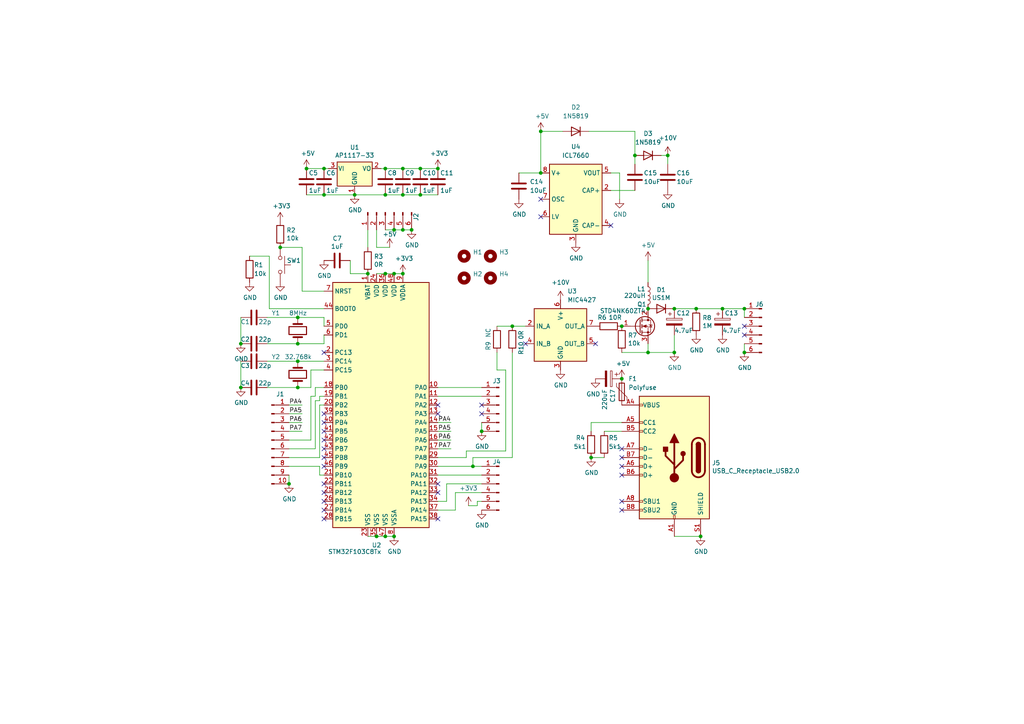
<source format=kicad_sch>
(kicad_sch (version 20211123) (generator eeschema)
  (paper "A4")
  (lib_symbols
    (symbol "Connector:Conn_01x06_Male" (pin_names (offset 1.016) hide)
      (property "Reference" "J" (at 0 7.62 0))
      (property "Value" "Conn_01x06_Male" (at 0 -10.16 0))
      (symbol "Conn_01x06_Male_1_1"
        (polyline (pts (xy 1.27 -7.62) (xy 0.8636 -7.62)) (stroke (width 0.1524)))
        (polyline (pts (xy 1.27 -5.08) (xy 0.8636 -5.08)) (stroke (width 0.1524)))
        (polyline (pts (xy 1.27 -2.54) (xy 0.8636 -2.54)) (stroke (width 0.1524)))
        (polyline (pts (xy 1.27 0) (xy 0.8636 0)) (stroke (width 0.1524)))
        (polyline (pts (xy 1.27 2.54) (xy 0.8636 2.54)) (stroke (width 0.1524)))
        (polyline (pts (xy 1.27 5.08) (xy 0.8636 5.08)) (stroke (width 0.1524)))
        (rectangle (start 0.8636 -7.493) (end 0 -7.747) (stroke (width 0.1524)) (fill (type outline)))
        (rectangle (start 0.8636 -4.953) (end 0 -5.207) (stroke (width 0.1524)) (fill (type outline)))
        (rectangle (start 0.8636 -2.413) (end 0 -2.667) (stroke (width 0.1524)) (fill (type outline)))
        (rectangle (start 0.8636 0.127) (end 0 -0.127) (stroke (width 0.1524)) (fill (type outline)))
        (rectangle (start 0.8636 2.667) (end 0 2.413) (stroke (width 0.1524)) (fill (type outline)))
        (rectangle (start 0.8636 5.207) (end 0 4.953) (stroke (width 0.1524)) (fill (type outline)))
        (pin passive line (at 5.08 5.08 180) (length 3.81) (name "Pin_1") (number "1"))
        (pin passive line (at 5.08 2.54 180) (length 3.81) (name "Pin_2") (number "2"))
        (pin passive line (at 5.08 0 180) (length 3.81) (name "Pin_3") (number "3"))
        (pin passive line (at 5.08 -2.54 180) (length 3.81) (name "Pin_4") (number "4"))
        (pin passive line (at 5.08 -5.08 180) (length 3.81) (name "Pin_5") (number "5"))
        (pin passive line (at 5.08 -7.62 180) (length 3.81) (name "Pin_6") (number "6"))
      )
    )
    (symbol "Connector:Conn_01x10_Male" (pin_names (offset 1.016) hide)
      (property "Reference" "J" (at 0 12.7 0))
      (property "Value" "Conn_01x10_Male" (at 0 -15.24 0))
      (symbol "Conn_01x10_Male_1_1"
        (polyline (pts (xy 1.27 -12.7) (xy 0.8636 -12.7)) (stroke (width 0.1524)))
        (polyline (pts (xy 1.27 -10.16) (xy 0.8636 -10.16)) (stroke (width 0.1524)))
        (polyline (pts (xy 1.27 -7.62) (xy 0.8636 -7.62)) (stroke (width 0.1524)))
        (polyline (pts (xy 1.27 -5.08) (xy 0.8636 -5.08)) (stroke (width 0.1524)))
        (polyline (pts (xy 1.27 -2.54) (xy 0.8636 -2.54)) (stroke (width 0.1524)))
        (polyline (pts (xy 1.27 0) (xy 0.8636 0)) (stroke (width 0.1524)))
        (polyline (pts (xy 1.27 2.54) (xy 0.8636 2.54)) (stroke (width 0.1524)))
        (polyline (pts (xy 1.27 5.08) (xy 0.8636 5.08)) (stroke (width 0.1524)))
        (polyline (pts (xy 1.27 7.62) (xy 0.8636 7.62)) (stroke (width 0.1524)))
        (polyline (pts (xy 1.27 10.16) (xy 0.8636 10.16)) (stroke (width 0.1524)))
        (rectangle (start 0.8636 -12.573) (end 0 -12.827) (stroke (width 0.1524)) (fill (type outline)))
        (rectangle (start 0.8636 -10.033) (end 0 -10.287) (stroke (width 0.1524)) (fill (type outline)))
        (rectangle (start 0.8636 -7.493) (end 0 -7.747) (stroke (width 0.1524)) (fill (type outline)))
        (rectangle (start 0.8636 -4.953) (end 0 -5.207) (stroke (width 0.1524)) (fill (type outline)))
        (rectangle (start 0.8636 -2.413) (end 0 -2.667) (stroke (width 0.1524)) (fill (type outline)))
        (rectangle (start 0.8636 0.127) (end 0 -0.127) (stroke (width 0.1524)) (fill (type outline)))
        (rectangle (start 0.8636 2.667) (end 0 2.413) (stroke (width 0.1524)) (fill (type outline)))
        (rectangle (start 0.8636 5.207) (end 0 4.953) (stroke (width 0.1524)) (fill (type outline)))
        (rectangle (start 0.8636 7.747) (end 0 7.493) (stroke (width 0.1524)) (fill (type outline)))
        (rectangle (start 0.8636 10.287) (end 0 10.033) (stroke (width 0.1524)) (fill (type outline)))
        (pin passive line (at 5.08 10.16 180) (length 3.81) (name "Pin_1") (number "1"))
        (pin passive line (at 5.08 -12.7 180) (length 3.81) (name "Pin_10") (number "10"))
        (pin passive line (at 5.08 7.62 180) (length 3.81) (name "Pin_2") (number "2"))
        (pin passive line (at 5.08 5.08 180) (length 3.81) (name "Pin_3") (number "3"))
        (pin passive line (at 5.08 2.54 180) (length 3.81) (name "Pin_4") (number "4"))
        (pin passive line (at 5.08 0 180) (length 3.81) (name "Pin_5") (number "5"))
        (pin passive line (at 5.08 -2.54 180) (length 3.81) (name "Pin_6") (number "6"))
        (pin passive line (at 5.08 -5.08 180) (length 3.81) (name "Pin_7") (number "7"))
        (pin passive line (at 5.08 -7.62 180) (length 3.81) (name "Pin_8") (number "8"))
        (pin passive line (at 5.08 -10.16 180) (length 3.81) (name "Pin_9") (number "9"))
      )
    )
    (symbol "Connector:USB_C_Receptacle_USB2.0" (pin_names (offset 1.016))
      (property "Reference" "J" (at -10.16 19.05 0))
      (property "Value" "USB_C_Receptacle_USB2.0" (at 19.05 19.05 0))
      (symbol "USB_C_Receptacle_USB2.0_0_0"
        (rectangle (start -0.254 -17.78) (end 0.254 -16.764))
        (rectangle (start 10.16 -14.986) (end 9.144 -15.494))
        (rectangle (start 10.16 -12.446) (end 9.144 -12.954))
        (rectangle (start 10.16 -4.826) (end 9.144 -5.334))
        (rectangle (start 10.16 -2.286) (end 9.144 -2.794))
        (rectangle (start 10.16 0.254) (end 9.144 -0.254))
        (rectangle (start 10.16 2.794) (end 9.144 2.286))
        (rectangle (start 10.16 7.874) (end 9.144 7.366))
        (rectangle (start 10.16 10.414) (end 9.144 9.906))
        (rectangle (start 10.16 15.494) (end 9.144 14.986))
      )
      (symbol "USB_C_Receptacle_USB2.0_0_1"
        (rectangle (start -10.16 17.78) (end 10.16 -17.78) (stroke (width 0.254)) (fill (type background)))
        (arc (start -8.89 -3.81) (mid -6.985 -5.715) (end -5.08 -3.81) (stroke (width 0.508)))
        (arc (start -7.62 -3.81) (mid -6.985 -4.445) (end -6.35 -3.81) (stroke (width 0.254)))
        (arc (start -7.62 -3.81) (mid -6.985 -4.445) (end -6.35 -3.81) (stroke (width 0.254)) (fill (type outline)))
        (rectangle (start -7.62 -3.81) (end -6.35 3.81) (stroke (width 0.254)) (fill (type outline)))
        (arc (start -6.35 3.81) (mid -6.985 4.445) (end -7.62 3.81) (stroke (width 0.254)))
        (arc (start -6.35 3.81) (mid -6.985 4.445) (end -7.62 3.81) (stroke (width 0.254)) (fill (type outline)))
        (arc (start -5.08 3.81) (mid -6.985 5.715) (end -8.89 3.81) (stroke (width 0.508)))
        (circle (center -2.54 1.143) (radius 0.635) (stroke (width 0.254)) (fill (type outline)))
        (circle (center 0 -5.842) (radius 1.27) (fill (type outline)))
        (polyline (pts (xy -8.89 -3.81) (xy -8.89 3.81)) (stroke (width 0.508)))
        (polyline (pts (xy -5.08 3.81) (xy -5.08 -3.81)) (stroke (width 0.508)))
        (polyline (pts (xy 0 -5.842) (xy 0 4.318)) (stroke (width 0.508)))
        (polyline (pts (xy 0 -3.302) (xy -2.54 -0.762) (xy -2.54 0.508)) (stroke (width 0.508)))
        (polyline (pts (xy 0 -2.032) (xy 2.54 0.508) (xy 2.54 1.778)) (stroke (width 0.508)))
        (polyline (pts (xy -1.27 4.318) (xy 0 6.858) (xy 1.27 4.318) (xy -1.27 4.318)) (stroke (width 0.254)) (fill (type outline)))
        (rectangle (start 1.905 1.778) (end 3.175 3.048) (stroke (width 0.254)) (fill (type outline)))
      )
      (symbol "USB_C_Receptacle_USB2.0_1_1"
        (pin passive line (at 0 -22.86 90) (length 5.08) (name "GND") (number "A1"))
        (pin passive line (at 0 -22.86 90) (length 5.08) hide (name "GND") (number "A12"))
        (pin passive line (at 15.24 15.24 180) (length 5.08) (name "VBUS") (number "A4"))
        (pin bidirectional line (at 15.24 10.16 180) (length 5.08) (name "CC1") (number "A5"))
        (pin bidirectional line (at 15.24 -2.54 180) (length 5.08) (name "D+") (number "A6"))
        (pin bidirectional line (at 15.24 2.54 180) (length 5.08) (name "D-") (number "A7"))
        (pin bidirectional line (at 15.24 -12.7 180) (length 5.08) (name "SBU1") (number "A8"))
        (pin passive line (at 15.24 15.24 180) (length 5.08) hide (name "VBUS") (number "A9"))
        (pin passive line (at 0 -22.86 90) (length 5.08) hide (name "GND") (number "B1"))
        (pin passive line (at 0 -22.86 90) (length 5.08) hide (name "GND") (number "B12"))
        (pin passive line (at 15.24 15.24 180) (length 5.08) hide (name "VBUS") (number "B4"))
        (pin bidirectional line (at 15.24 7.62 180) (length 5.08) (name "CC2") (number "B5"))
        (pin bidirectional line (at 15.24 -5.08 180) (length 5.08) (name "D+") (number "B6"))
        (pin bidirectional line (at 15.24 0 180) (length 5.08) (name "D-") (number "B7"))
        (pin bidirectional line (at 15.24 -15.24 180) (length 5.08) (name "SBU2") (number "B8"))
        (pin passive line (at 15.24 15.24 180) (length 5.08) hide (name "VBUS") (number "B9"))
        (pin passive line (at -7.62 -22.86 90) (length 5.08) (name "SHIELD") (number "S1"))
      )
    )
    (symbol "Device:C" (pin_numbers hide) (pin_names (offset 0.254))
      (property "Reference" "C" (at 0.635 2.54 0))
      (property "Value" "C" (at 0.635 -2.54 0))
      (symbol "C_0_1"
        (polyline (pts (xy -2.032 -0.762) (xy 2.032 -0.762)) (stroke (width 0.508)))
        (polyline (pts (xy -2.032 0.762) (xy 2.032 0.762)) (stroke (width 0.508)))
      )
      (symbol "C_1_1"
        (pin passive line (at 0 3.81 270) (length 2.794) (name "~") (number "1"))
        (pin passive line (at 0 -3.81 90) (length 2.794) (name "~") (number "2"))
      )
    )
    (symbol "Device:CP" (pin_numbers hide) (pin_names (offset 0.254))
      (property "Reference" "C" (at 0.635 2.54 0))
      (property "Value" "Device_CP" (at 0.635 -2.54 0))
      (symbol "CP_0_1"
        (rectangle (start -2.286 0.508) (end 2.286 1.016))
        (polyline (pts (xy -1.778 2.286) (xy -0.762 2.286)))
        (polyline (pts (xy -1.27 2.794) (xy -1.27 1.778)))
        (rectangle (start 2.286 -0.508) (end -2.286 -1.016) (fill (type outline)))
      )
      (symbol "CP_1_1"
        (pin passive line (at 0 3.81 270) (length 2.794) (name "~") (number "1"))
        (pin passive line (at 0 -3.81 90) (length 2.794) (name "~") (number "2"))
      )
    )
    (symbol "Device:Crystal" (pin_numbers hide) (pin_names (offset 1.016) hide)
      (property "Reference" "Y" (at 0 3.81 0))
      (property "Value" "Crystal" (at 0 -3.81 0))
      (symbol "Crystal_0_1"
        (rectangle (start -1.143 2.54) (end 1.143 -2.54) (stroke (width 0.3048)))
        (polyline (pts (xy -2.54 0) (xy -1.905 0)))
        (polyline (pts (xy -1.905 -1.27) (xy -1.905 1.27)) (stroke (width 0.508)))
        (polyline (pts (xy 1.905 -1.27) (xy 1.905 1.27)) (stroke (width 0.508)))
        (polyline (pts (xy 2.54 0) (xy 1.905 0)))
      )
      (symbol "Crystal_1_1"
        (pin passive line (at -3.81 0 0) (length 1.27) (name "1") (number "1"))
        (pin passive line (at 3.81 0 180) (length 1.27) (name "2") (number "2"))
      )
    )
    (symbol "Device:D" (pin_numbers hide) (pin_names (offset 1.016) hide)
      (property "Reference" "D" (at 0 2.54 0))
      (property "Value" "D" (at 0 -2.54 0))
      (symbol "D_0_1"
        (polyline (pts (xy -1.27 1.27) (xy -1.27 -1.27)) (stroke (width 0.254)))
        (polyline (pts (xy 1.27 0) (xy -1.27 0)))
        (polyline (pts (xy 1.27 1.27) (xy 1.27 -1.27) (xy -1.27 0) (xy 1.27 1.27)) (stroke (width 0.254)))
      )
      (symbol "D_1_1"
        (pin passive line (at -3.81 0 0) (length 2.54) (name "K") (number "1"))
        (pin passive line (at 3.81 0 180) (length 2.54) (name "A") (number "2"))
      )
    )
    (symbol "Device:L" (pin_numbers hide) (pin_names (offset 1.016) hide)
      (property "Reference" "L" (at -1.27 0 90))
      (property "Value" "L" (at 1.905 0 90))
      (symbol "L_0_1"
        (arc (start 0 -2.54) (mid 0.635 -1.905) (end 0 -1.27))
        (arc (start 0 -1.27) (mid 0.635 -0.635) (end 0 0))
        (arc (start 0 0) (mid 0.635 0.635) (end 0 1.27))
        (arc (start 0 1.27) (mid 0.635 1.905) (end 0 2.54))
      )
      (symbol "L_1_1"
        (pin passive line (at 0 3.81 270) (length 1.27) (name "1") (number "1"))
        (pin passive line (at 0 -3.81 90) (length 1.27) (name "2") (number "2"))
      )
    )
    (symbol "Device:Polyfuse" (pin_numbers hide) (pin_names (offset 0))
      (property "Reference" "F" (at -2.54 0 90))
      (property "Value" "Polyfuse" (at 2.54 0 90))
      (symbol "Polyfuse_0_1"
        (rectangle (start -0.762 2.54) (end 0.762 -2.54) (stroke (width 0.254)))
        (polyline (pts (xy 0 2.54) (xy 0 -2.54)))
        (polyline (pts (xy -1.524 2.54) (xy -1.524 1.524) (xy 1.524 -1.524) (xy 1.524 -2.54)))
      )
      (symbol "Polyfuse_1_1"
        (pin passive line (at 0 3.81 270) (length 1.27) (name "~") (number "1"))
        (pin passive line (at 0 -3.81 90) (length 1.27) (name "~") (number "2"))
      )
    )
    (symbol "Device:Q_NMOS_GDS" (pin_names (offset 0) hide)
      (property "Reference" "Q" (at 5.08 1.27 0))
      (property "Value" "Q_NMOS_GDS" (at 5.08 -1.27 0))
      (symbol "Q_NMOS_GDS_0_1"
        (polyline (pts (xy 0.254 0) (xy -2.54 0)))
        (polyline (pts (xy 0.254 1.905) (xy 0.254 -1.905)) (stroke (width 0.254)))
        (polyline (pts (xy 0.762 -1.27) (xy 0.762 -2.286)) (stroke (width 0.254)))
        (polyline (pts (xy 0.762 0.508) (xy 0.762 -0.508)) (stroke (width 0.254)))
        (polyline (pts (xy 0.762 2.286) (xy 0.762 1.27)) (stroke (width 0.254)))
        (polyline (pts (xy 2.54 2.54) (xy 2.54 1.778)))
        (polyline (pts (xy 2.54 -2.54) (xy 2.54 0) (xy 0.762 0)))
        (polyline (pts (xy 0.762 -1.778) (xy 3.302 -1.778) (xy 3.302 1.778) (xy 0.762 1.778)))
        (polyline (pts (xy 1.016 0) (xy 2.032 0.381) (xy 2.032 -0.381) (xy 1.016 0)) (fill (type outline)))
        (polyline (pts (xy 2.794 0.508) (xy 2.921 0.381) (xy 3.683 0.381) (xy 3.81 0.254)))
        (polyline (pts (xy 3.302 0.381) (xy 2.921 -0.254) (xy 3.683 -0.254) (xy 3.302 0.381)))
        (circle (center 1.651 0) (radius 2.794) (stroke (width 0.254)))
        (circle (center 2.54 -1.778) (radius 0.254) (fill (type outline)))
        (circle (center 2.54 1.778) (radius 0.254) (fill (type outline)))
      )
      (symbol "Q_NMOS_GDS_1_1"
        (pin input line (at -5.08 0 0) (length 2.54) (name "G") (number "1"))
        (pin passive line (at 2.54 5.08 270) (length 2.54) (name "D") (number "2"))
        (pin passive line (at 2.54 -5.08 90) (length 2.54) (name "S") (number "3"))
      )
    )
    (symbol "Device:R" (pin_numbers hide) (pin_names (offset 0))
      (property "Reference" "R" (at 2.032 0 90))
      (property "Value" "R" (at 0 0 90))
      (symbol "R_0_1"
        (rectangle (start -1.016 -2.54) (end 1.016 2.54) (stroke (width 0.254)))
      )
      (symbol "R_1_1"
        (pin passive line (at 0 3.81 270) (length 1.27) (name "~") (number "1"))
        (pin passive line (at 0 -3.81 90) (length 1.27) (name "~") (number "2"))
      )
    )
    (symbol "Driver_FET:MIC4427"
      (property "Reference" "U" (at -7.62 8.89 0))
      (property "Value" "MIC4427" (at 1.27 8.89 0))
      (symbol "MIC4427_0_1"
        (rectangle (start -7.62 -7.62) (end 7.62 7.62) (stroke (width 0.254)) (fill (type background)))
      )
      (symbol "MIC4427_1_1"
        (pin no_connect line (at -7.62 0 0) (length 2.54) hide (name "NC") (number "1"))
        (pin input line (at -10.16 2.54 0) (length 2.54) (name "IN_A") (number "2"))
        (pin power_in line (at 0 -10.16 90) (length 2.54) (name "GND") (number "3"))
        (pin input line (at -10.16 -2.54 0) (length 2.54) (name "IN_B") (number "4"))
        (pin output line (at 10.16 -2.54 180) (length 2.54) (name "OUT_B") (number "5"))
        (pin power_in line (at 0 10.16 270) (length 2.54) (name "V+") (number "6"))
        (pin output line (at 10.16 2.54 180) (length 2.54) (name "OUT_A") (number "7"))
        (pin no_connect line (at 7.62 0 180) (length 2.54) hide (name "NC") (number "8"))
      )
    )
    (symbol "MCU_ST_STM32F1:STM32F103C8Tx"
      (property "Reference" "U" (at -15.24 36.83 0))
      (property "Value" "STM32F103C8Tx" (at 7.62 36.83 0))
      (symbol "STM32F103C8Tx_0_1"
        (rectangle (start -15.24 -35.56) (end 12.7 35.56) (stroke (width 0.254)) (fill (type background)))
      )
      (symbol "STM32F103C8Tx_1_1"
        (pin power_in line (at -5.08 38.1 270) (length 2.54) (name "VBAT") (number "1"))
        (pin bidirectional line (at 15.24 5.08 180) (length 2.54) (name "PA0") (number "10"))
        (pin bidirectional line (at 15.24 2.54 180) (length 2.54) (name "PA1") (number "11"))
        (pin bidirectional line (at 15.24 0 180) (length 2.54) (name "PA2") (number "12"))
        (pin bidirectional line (at 15.24 -2.54 180) (length 2.54) (name "PA3") (number "13"))
        (pin bidirectional line (at 15.24 -5.08 180) (length 2.54) (name "PA4") (number "14"))
        (pin bidirectional line (at 15.24 -7.62 180) (length 2.54) (name "PA5") (number "15"))
        (pin bidirectional line (at 15.24 -10.16 180) (length 2.54) (name "PA6") (number "16"))
        (pin bidirectional line (at 15.24 -12.7 180) (length 2.54) (name "PA7") (number "17"))
        (pin bidirectional line (at -17.78 5.08 0) (length 2.54) (name "PB0") (number "18"))
        (pin bidirectional line (at -17.78 2.54 0) (length 2.54) (name "PB1") (number "19"))
        (pin bidirectional line (at -17.78 15.24 0) (length 2.54) (name "PC13") (number "2"))
        (pin bidirectional line (at -17.78 0 0) (length 2.54) (name "PB2") (number "20"))
        (pin bidirectional line (at -17.78 -20.32 0) (length 2.54) (name "PB10") (number "21"))
        (pin bidirectional line (at -17.78 -22.86 0) (length 2.54) (name "PB11") (number "22"))
        (pin power_in line (at -5.08 -38.1 90) (length 2.54) (name "VSS") (number "23"))
        (pin power_in line (at -2.54 38.1 270) (length 2.54) (name "VDD") (number "24"))
        (pin bidirectional line (at -17.78 -25.4 0) (length 2.54) (name "PB12") (number "25"))
        (pin bidirectional line (at -17.78 -27.94 0) (length 2.54) (name "PB13") (number "26"))
        (pin bidirectional line (at -17.78 -30.48 0) (length 2.54) (name "PB14") (number "27"))
        (pin bidirectional line (at -17.78 -33.02 0) (length 2.54) (name "PB15") (number "28"))
        (pin bidirectional line (at 15.24 -15.24 180) (length 2.54) (name "PA8") (number "29"))
        (pin bidirectional line (at -17.78 12.7 0) (length 2.54) (name "PC14") (number "3"))
        (pin bidirectional line (at 15.24 -17.78 180) (length 2.54) (name "PA9") (number "30"))
        (pin bidirectional line (at 15.24 -20.32 180) (length 2.54) (name "PA10") (number "31"))
        (pin bidirectional line (at 15.24 -22.86 180) (length 2.54) (name "PA11") (number "32"))
        (pin bidirectional line (at 15.24 -25.4 180) (length 2.54) (name "PA12") (number "33"))
        (pin bidirectional line (at 15.24 -27.94 180) (length 2.54) (name "PA13") (number "34"))
        (pin power_in line (at -2.54 -38.1 90) (length 2.54) (name "VSS") (number "35"))
        (pin power_in line (at 0 38.1 270) (length 2.54) (name "VDD") (number "36"))
        (pin bidirectional line (at 15.24 -30.48 180) (length 2.54) (name "PA14") (number "37"))
        (pin bidirectional line (at 15.24 -33.02 180) (length 2.54) (name "PA15") (number "38"))
        (pin bidirectional line (at -17.78 -2.54 0) (length 2.54) (name "PB3") (number "39"))
        (pin bidirectional line (at -17.78 10.16 0) (length 2.54) (name "PC15") (number "4"))
        (pin bidirectional line (at -17.78 -5.08 0) (length 2.54) (name "PB4") (number "40"))
        (pin bidirectional line (at -17.78 -7.62 0) (length 2.54) (name "PB5") (number "41"))
        (pin bidirectional line (at -17.78 -10.16 0) (length 2.54) (name "PB6") (number "42"))
        (pin bidirectional line (at -17.78 -12.7 0) (length 2.54) (name "PB7") (number "43"))
        (pin input line (at -17.78 27.94 0) (length 2.54) (name "BOOT0") (number "44"))
        (pin bidirectional line (at -17.78 -15.24 0) (length 2.54) (name "PB8") (number "45"))
        (pin bidirectional line (at -17.78 -17.78 0) (length 2.54) (name "PB9") (number "46"))
        (pin power_in line (at 0 -38.1 90) (length 2.54) (name "VSS") (number "47"))
        (pin power_in line (at 2.54 38.1 270) (length 2.54) (name "VDD") (number "48"))
        (pin input line (at -17.78 22.86 0) (length 2.54) (name "PD0") (number "5"))
        (pin input line (at -17.78 20.32 0) (length 2.54) (name "PD1") (number "6"))
        (pin input line (at -17.78 33.02 0) (length 2.54) (name "NRST") (number "7"))
        (pin power_in line (at 2.54 -38.1 90) (length 2.54) (name "VSSA") (number "8"))
        (pin power_in line (at 5.08 38.1 270) (length 2.54) (name "VDDA") (number "9"))
      )
    )
    (symbol "Mechanical:MountingHole" (pin_names (offset 1.016))
      (property "Reference" "H" (at 0 5.08 0))
      (property "Value" "MountingHole" (at 0 3.175 0))
      (symbol "MountingHole_0_1"
        (circle (center 0 0) (radius 1.27) (stroke (width 1.27)))
      )
    )
    (symbol "Regulator_Linear:AP1117-33" (pin_names (offset 0.254))
      (property "Reference" "U" (at -3.81 3.175 0))
      (property "Value" "AP1117-33" (at 0 3.175 0))
      (symbol "AP1117-33_0_1"
        (rectangle (start -5.08 -5.08) (end 5.08 1.905) (stroke (width 0.254)) (fill (type background)))
      )
      (symbol "AP1117-33_1_1"
        (pin power_in line (at 0 -7.62 90) (length 2.54) (name "GND") (number "1"))
        (pin power_out line (at 7.62 0 180) (length 2.54) (name "VO") (number "2"))
        (pin power_in line (at -7.62 0 0) (length 2.54) (name "VI") (number "3"))
      )
    )
    (symbol "Regulator_SwitchedCapacitor:ICL7660"
      (property "Reference" "U" (at -6.35 11.43 0))
      (property "Value" "ICL7660" (at 3.81 11.43 0))
      (symbol "ICL7660_0_1"
        (rectangle (start -7.62 10.16) (end 7.62 -10.16) (stroke (width 0.254)) (fill (type background)))
      )
      (symbol "ICL7660_1_1"
        (pin no_connect line (at -7.62 5.08 0) (length 2.54) hide (name "NC") (number "1"))
        (pin input line (at 10.16 2.54 180) (length 2.54) (name "CAP+") (number "2"))
        (pin power_in line (at 0 -12.7 90) (length 2.54) (name "GND") (number "3"))
        (pin input line (at 10.16 -7.62 180) (length 2.54) (name "CAP-") (number "4"))
        (pin power_out line (at 10.16 7.62 180) (length 2.54) (name "VOUT") (number "5"))
        (pin input line (at -10.16 -5.08 0) (length 2.54) (name "LV") (number "6"))
        (pin input line (at -10.16 0 0) (length 2.54) (name "OSC") (number "7"))
        (pin power_in line (at -10.16 7.62 0) (length 2.54) (name "V+") (number "8"))
      )
    )
    (symbol "Switch:SW_Push" (pin_numbers hide) (pin_names (offset 1.016) hide)
      (property "Reference" "SW" (at 1.27 2.54 0))
      (property "Value" "SW_Push" (at 0 -1.524 0))
      (symbol "SW_Push_0_1"
        (circle (center -2.032 0) (radius 0.508))
        (polyline (pts (xy 0 1.27) (xy 0 3.048)))
        (polyline (pts (xy 2.54 1.27) (xy -2.54 1.27)))
        (circle (center 2.032 0) (radius 0.508))
        (pin passive line (at -5.08 0 0) (length 2.54) (name "1") (number "1"))
        (pin passive line (at 5.08 0 180) (length 2.54) (name "2") (number "2"))
      )
    )
    (symbol "power:+10V" (power) (pin_names (offset 0))
      (property "Value" "+10V" (at 0 3.556 0))
      (symbol "+10V_0_1"
        (polyline (pts (xy -0.762 1.27) (xy 0 2.54)))
        (polyline (pts (xy 0 0) (xy 0 2.54)))
        (polyline (pts (xy 0 2.54) (xy 0.762 1.27)))
      )
      (symbol "+10V_1_1"
        (pin power_in line (at 0 0 90) (length 0) hide (name "+10V") (number "1"))
      )
    )
    (symbol "power:+3.3V" (power) (pin_names (offset 0))
      (property "Value" "+3.3V" (at 0 3.556 0))
      (symbol "+3.3V_0_1"
        (polyline (pts (xy -0.762 1.27) (xy 0 2.54)))
        (polyline (pts (xy 0 0) (xy 0 2.54)))
        (polyline (pts (xy 0 2.54) (xy 0.762 1.27)))
      )
      (symbol "+3.3V_1_1"
        (pin power_in line (at 0 0 90) (length 0) hide (name "+3V3") (number "1"))
      )
    )
    (symbol "power:+5V" (power) (pin_names (offset 0))
      (property "Value" "+5V" (at 0 3.556 0))
      (symbol "+5V_0_1"
        (polyline (pts (xy -0.762 1.27) (xy 0 2.54)))
        (polyline (pts (xy 0 0) (xy 0 2.54)))
        (polyline (pts (xy 0 2.54) (xy 0.762 1.27)))
      )
      (symbol "+5V_1_1"
        (pin power_in line (at 0 0 90) (length 0) hide (name "+5V") (number "1"))
      )
    )
    (symbol "power:GND" (power) (pin_names (offset 0))
      (property "Value" "GND" (at 0 -3.81 0))
      (symbol "GND_0_1"
        (polyline (pts (xy 0 0) (xy 0 -1.27) (xy 1.27 -1.27) (xy 0 -2.54) (xy -1.27 -1.27) (xy 0 -1.27)))
      )
      (symbol "GND_1_1"
        (pin power_in line (at 0 0 270) (length 0) hide (name "GND") (number "1"))
      )
    )
  )
  (junction (at 215.9 102.235))
  (junction (at 102.87 56.515))
  (junction (at 111.76 48.895))
  (junction (at 114.3 155.575))
  (junction (at 139.7 125.095))
  (junction (at 88.9 48.895))
  (junction (at 195.58 89.535))
  (junction (at 93.98 56.515))
  (junction (at 171.45 132.715))
  (junction (at 86.36 92.075))
  (junction (at 201.93 89.535))
  (junction (at 203.2 155.575))
  (junction (at 187.96 102.235))
  (junction (at 83.82 140.335))
  (junction (at 215.9 89.535))
  (junction (at 114.3 66.675))
  (junction (at 119.38 66.675))
  (junction (at 195.58 102.235))
  (junction (at 148.59 94.615))
  (junction (at 156.845 38.1))
  (junction (at 121.92 56.515))
  (junction (at 193.675 45.085))
  (junction (at 180.34 94.615))
  (junction (at 86.36 112.395))
  (junction (at 116.84 79.375))
  (junction (at 106.68 79.375))
  (junction (at 111.76 79.375))
  (junction (at 86.36 104.775))
  (junction (at 156.845 50.165))
  (junction (at 187.96 89.535))
  (junction (at 180.34 109.855))
  (junction (at 121.92 48.895))
  (junction (at 114.3 79.375))
  (junction (at 116.84 48.895))
  (junction (at 69.85 112.395))
  (junction (at 109.22 155.575))
  (junction (at 184.15 45.085))
  (junction (at 116.84 66.675))
  (junction (at 111.76 56.515))
  (junction (at 116.84 56.515))
  (junction (at 69.85 99.695))
  (junction (at 81.28 71.755))
  (junction (at 86.36 99.695))
  (junction (at 111.76 155.575))
  (junction (at 209.55 89.535))
  (junction (at 127 48.895))
  (junction (at 93.98 48.895))
  (junction (at 137.16 135.255))
  (no_connect (at 93.98 122.555))
  (no_connect (at 156.845 62.865))
  (no_connect (at 156.845 57.785))
  (no_connect (at 177.165 65.405))
  (no_connect (at 93.98 132.715))
  (no_connect (at 215.9 97.155))
  (no_connect (at 180.34 147.955))
  (no_connect (at 127 142.875))
  (no_connect (at 93.98 102.235))
  (no_connect (at 180.34 137.795))
  (no_connect (at 180.34 135.255))
  (no_connect (at 93.98 130.175))
  (no_connect (at 152.4 99.695))
  (no_connect (at 172.72 99.695))
  (no_connect (at 93.98 140.335))
  (no_connect (at 93.98 142.875))
  (no_connect (at 127 117.475))
  (no_connect (at 139.7 120.015))
  (no_connect (at 93.98 145.415))
  (no_connect (at 93.98 127.635))
  (no_connect (at 93.98 147.955))
  (no_connect (at 180.34 145.415))
  (no_connect (at 93.98 135.255))
  (no_connect (at 127 120.015))
  (no_connect (at 93.98 125.095))
  (no_connect (at 127 140.335))
  (no_connect (at 180.34 130.175))
  (no_connect (at 215.9 94.615))
  (no_connect (at 93.98 150.495))
  (no_connect (at 139.7 117.475))
  (no_connect (at 180.34 132.715))
  (no_connect (at 127 150.495))
  (no_connect (at 93.98 120.015))
  (wire (pts (xy 139.7 145.415) (xy 138.43 145.415)))
  (wire (pts (xy 106.68 155.575) (xy 109.22 155.575)))
  (wire (pts (xy 195.58 89.535) (xy 201.93 89.535)))
  (wire (pts (xy 121.92 48.895) (xy 127 48.895)))
  (wire (pts (xy 77.47 99.695) (xy 86.36 99.695)))
  (wire (pts (xy 93.98 92.075) (xy 86.36 92.075)))
  (wire (pts (xy 127 56.515) (xy 121.92 56.515)))
  (wire (pts (xy 101.6 79.375) (xy 106.68 79.375)))
  (wire (pts (xy 215.9 89.535) (xy 215.9 92.075)))
  (wire (pts (xy 191.77 45.085) (xy 193.675 45.085)))
  (wire (pts (xy 92.71 135.255) (xy 83.82 135.255)))
  (wire (pts (xy 93.98 114.935) (xy 92.71 114.935)))
  (wire (pts (xy 116.84 48.895) (xy 121.92 48.895)))
  (wire (pts (xy 93.98 94.615) (xy 93.98 92.075)))
  (wire (pts (xy 144.145 102.235) (xy 144.145 107.315)))
  (wire (pts (xy 127 132.715) (xy 135.255 132.715)))
  (wire (pts (xy 170.815 38.1) (xy 184.15 38.1)))
  (wire (pts (xy 86.36 112.395) (xy 90.17 112.395)))
  (wire (pts (xy 195.58 97.155) (xy 195.58 102.235)))
  (wire (pts (xy 93.98 48.895) (xy 95.25 48.895)))
  (wire (pts (xy 180.34 125.095) (xy 175.26 125.095)))
  (wire (pts (xy 109.22 71.755) (xy 113.03 71.755)))
  (wire (pts (xy 109.22 155.575) (xy 111.76 155.575)))
  (wire (pts (xy 171.45 122.555) (xy 171.45 125.095)))
  (wire (pts (xy 144.145 94.615) (xy 148.59 94.615)))
  (wire (pts (xy 127 127.635) (xy 130.81 127.635)))
  (wire (pts (xy 137.16 132.715) (xy 148.59 132.715)))
  (wire (pts (xy 129.54 140.335) (xy 139.7 140.335)))
  (wire (pts (xy 156.845 38.1) (xy 156.845 50.165)))
  (wire (pts (xy 135.255 132.715) (xy 135.255 130.81)))
  (wire (pts (xy 135.255 130.81) (xy 146.685 130.81)))
  (wire (pts (xy 111.76 56.515) (xy 102.87 56.515)))
  (wire (pts (xy 111.76 48.895) (xy 116.84 48.895)))
  (wire (pts (xy 109.22 79.375) (xy 111.76 79.375)))
  (wire (pts (xy 91.44 114.935) (xy 90.17 114.935)))
  (wire (pts (xy 179.705 50.165) (xy 177.165 50.165)))
  (wire (pts (xy 184.15 45.085) (xy 184.15 47.625)))
  (wire (pts (xy 93.98 137.795) (xy 92.71 137.795)))
  (wire (pts (xy 83.82 137.795) (xy 83.82 140.335)))
  (wire (pts (xy 83.82 120.015) (xy 87.63 120.015)))
  (wire (pts (xy 175.26 132.715) (xy 171.45 132.715)))
  (wire (pts (xy 152.4 94.615) (xy 148.59 94.615)))
  (wire (pts (xy 127 122.555) (xy 130.81 122.555)))
  (wire (pts (xy 138.43 145.415) (xy 138.43 146.685)))
  (wire (pts (xy 87.63 84.455) (xy 93.98 84.455)))
  (wire (pts (xy 137.16 135.255) (xy 137.16 132.715)))
  (wire (pts (xy 91.44 112.395) (xy 91.44 114.935)))
  (wire (pts (xy 180.34 102.235) (xy 187.96 102.235)))
  (wire (pts (xy 132.08 147.955) (xy 132.08 142.875)))
  (wire (pts (xy 93.98 89.535) (xy 78.105 89.535)))
  (wire (pts (xy 92.71 117.475) (xy 92.71 132.715)))
  (wire (pts (xy 83.82 125.095) (xy 87.63 125.095)))
  (wire (pts (xy 111.76 155.575) (xy 114.3 155.575)))
  (wire (pts (xy 193.675 45.085) (xy 193.675 47.625)))
  (wire (pts (xy 93.98 104.775) (xy 86.36 104.775)))
  (wire (pts (xy 150.495 50.165) (xy 156.845 50.165)))
  (wire (pts (xy 138.43 146.685) (xy 135.89 146.685)))
  (wire (pts (xy 90.17 127.635) (xy 83.82 127.635)))
  (wire (pts (xy 93.98 99.695) (xy 93.98 97.155)))
  (wire (pts (xy 114.3 66.675) (xy 116.84 66.675)))
  (wire (pts (xy 201.93 89.535) (xy 209.55 89.535)))
  (wire (pts (xy 139.7 122.555) (xy 139.7 125.095)))
  (wire (pts (xy 148.59 102.235) (xy 148.59 132.715)))
  (wire (pts (xy 77.47 112.395) (xy 86.36 112.395)))
  (wire (pts (xy 93.98 117.475) (xy 92.71 117.475)))
  (wire (pts (xy 187.96 75.565) (xy 187.96 81.915)))
  (wire (pts (xy 111.76 79.375) (xy 114.3 79.375)))
  (wire (pts (xy 69.85 92.075) (xy 69.85 99.695)))
  (wire (pts (xy 91.44 130.175) (xy 83.82 130.175)))
  (wire (pts (xy 127 147.955) (xy 132.08 147.955)))
  (wire (pts (xy 163.195 38.1) (xy 156.845 38.1)))
  (wire (pts (xy 83.82 122.555) (xy 87.63 122.555)))
  (wire (pts (xy 139.7 135.255) (xy 137.16 135.255)))
  (wire (pts (xy 121.92 56.515) (xy 116.84 56.515)))
  (wire (pts (xy 93.98 56.515) (xy 102.87 56.515)))
  (wire (pts (xy 132.08 142.875) (xy 139.7 142.875)))
  (wire (pts (xy 146.685 107.315) (xy 144.145 107.315)))
  (wire (pts (xy 93.98 112.395) (xy 91.44 112.395)))
  (wire (pts (xy 116.84 66.675) (xy 119.38 66.675)))
  (wire (pts (xy 209.55 89.535) (xy 215.9 89.535)))
  (wire (pts (xy 137.16 135.255) (xy 127 135.255)))
  (wire (pts (xy 187.96 99.695) (xy 187.96 102.235)))
  (wire (pts (xy 77.47 92.075) (xy 86.36 92.075)))
  (wire (pts (xy 215.9 99.695) (xy 215.9 102.235)))
  (wire (pts (xy 109.22 66.675) (xy 109.22 71.755)))
  (wire (pts (xy 92.71 114.935) (xy 92.71 116.205)))
  (wire (pts (xy 110.49 48.895) (xy 111.76 48.895)))
  (wire (pts (xy 127 137.795) (xy 139.7 137.795)))
  (wire (pts (xy 69.85 104.775) (xy 69.85 112.395)))
  (wire (pts (xy 111.76 66.675) (xy 114.3 66.675)))
  (wire (pts (xy 78.105 74.295) (xy 72.39 74.295)))
  (wire (pts (xy 106.68 66.675) (xy 106.68 71.755)))
  (wire (pts (xy 187.96 102.235) (xy 195.58 102.235)))
  (wire (pts (xy 81.28 71.755) (xy 87.63 71.755)))
  (wire (pts (xy 90.17 114.935) (xy 90.17 127.635)))
  (wire (pts (xy 127 125.095) (xy 130.81 125.095)))
  (wire (pts (xy 91.44 116.205) (xy 91.44 130.175)))
  (wire (pts (xy 180.34 122.555) (xy 171.45 122.555)))
  (wire (pts (xy 179.705 57.785) (xy 179.705 50.165)))
  (wire (pts (xy 101.6 75.565) (xy 101.6 79.375)))
  (wire (pts (xy 129.54 145.415) (xy 129.54 140.335)))
  (wire (pts (xy 92.71 116.205) (xy 91.44 116.205)))
  (wire (pts (xy 127 145.415) (xy 129.54 145.415)))
  (wire (pts (xy 90.17 107.315) (xy 93.98 107.315)))
  (wire (pts (xy 88.9 56.515) (xy 93.98 56.515)))
  (wire (pts (xy 127 114.935) (xy 139.7 114.935)))
  (wire (pts (xy 78.105 89.535) (xy 78.105 74.295)))
  (wire (pts (xy 88.9 48.895) (xy 93.98 48.895)))
  (wire (pts (xy 139.7 112.395) (xy 127 112.395)))
  (wire (pts (xy 92.71 137.795) (xy 92.71 135.255)))
  (wire (pts (xy 116.84 56.515) (xy 111.76 56.515)))
  (wire (pts (xy 86.36 99.695) (xy 93.98 99.695)))
  (wire (pts (xy 127 130.175) (xy 130.81 130.175)))
  (wire (pts (xy 203.2 155.575) (xy 195.58 155.575)))
  (wire (pts (xy 77.47 104.775) (xy 86.36 104.775)))
  (wire (pts (xy 114.3 79.375) (xy 116.84 79.375)))
  (wire (pts (xy 83.82 117.475) (xy 87.63 117.475)))
  (wire (pts (xy 146.685 130.81) (xy 146.685 107.315)))
  (wire (pts (xy 184.15 38.1) (xy 184.15 45.085)))
  (wire (pts (xy 87.63 71.755) (xy 87.63 84.455)))
  (wire (pts (xy 177.165 55.245) (xy 184.15 55.245)))
  (wire (pts (xy 92.71 132.715) (xy 83.82 132.715)))
  (wire (pts (xy 90.17 112.395) (xy 90.17 107.315)))
  (label "PA6" (at 130.81 127.635 180))
  (label "PA5" (at 87.63 120.015 180))
  (label "PA4" (at 87.63 117.475 180))
  (label "PA7" (at 130.81 130.175 180))
  (label "PA7" (at 87.63 125.095 180))
  (label "PA5" (at 130.81 125.095 180))
  (label "PA6" (at 87.63 122.555 180))
  (label "PA4" (at 130.81 122.555 180))
  (symbol (lib_id "MCU_ST_STM32F1:STM32F103C8Tx") (at 111.76 117.475 0) (unit 1)
    (property "Reference" "U2" (at 109.22 158.115 0))
    (property "Value" "STM32F103C8Tx" (at 102.87 160.02 0))
    (property "Footprint" "Package_QFP:LQFP-48_7x7mm_P0.5mm" (effects hide))
    (property "Datasheet" "http://www.st.com/st-web-ui/static/active/en/resource/technical/document/datasheet/CD00161566.pdf" (effects hide))
  )
  (symbol (lib_id "Regulator_Linear:AP1117-33") (at 102.87 48.895 0) (unit 1)
    (property "Reference" "U1" (at 102.87 42.7482 0))
    (property "Value" "AP1117-33" (at 102.87 45.0596 0))
    (property "Footprint" "Package_TO_SOT_SMD:SOT-223-3_TabPin2" (effects hide))
    (property "Datasheet" "http://www.diodes.com/datasheets/AP1117.pdf" (effects hide))
  )
  (symbol (lib_id "Device:L") (at 187.96 85.725 0) (unit 1)
    (property "Reference" "L1" (at 184.785 83.82 0) (effects (justify left)))
    (property "Value" "220uH" (at 180.975 85.725 0) (effects (justify left)))
    (property "Footprint" "Inductor_SMD:L_Wuerth_WE-PD-Typ-LS_Handsoldering" (effects hide))
  )
  (symbol (lib_id "Device:D") (at 191.77 89.535 180) (unit 1)
    (property "Reference" "D1" (at 191.77 84.0486 0))
    (property "Value" "US1M" (at 191.77 86.36 0))
    (property "Footprint" "Diode_SMD:D_SMA_Handsoldering" (effects hide))
  )
  (symbol (lib_id "Device:Q_NMOS_GDS") (at 185.42 94.615 0) (unit 1)
    (property "Reference" "Q1" (at 184.785 88.265 0) (effects (justify left)))
    (property "Value" "STD4NK60ZT4" (at 173.99 90.17 0) (effects (justify left)))
    (property "Footprint" "Package_TO_SOT_SMD:TO-252-2" (effects hide))
  )
  (symbol (lib_id "Device:R") (at 180.34 98.425 0) (unit 1)
    (property "Reference" "R7" (at 182.118 97.2566 0) (effects (justify left)))
    (property "Value" "10k" (at 182.118 99.568 0) (effects (justify left)))
    (property "Footprint" "Resistor_SMD:R_1206_3216Metric_Pad1.30x1.75mm_HandSolder" (effects hide))
  )
  (symbol (lib_id "Device:R") (at 176.53 94.615 270) (unit 1)
    (property "Reference" "R6" (at 174.625 92.075 90))
    (property "Value" "10R" (at 178.435 92.075 90))
    (property "Footprint" "Resistor_SMD:R_1206_3216Metric_Pad1.30x1.75mm_HandSolder" (effects hide))
  )
  (symbol (lib_id "power:GND") (at 195.58 102.235 0) (unit 1)
    (property "Reference" "#PWR021" (effects hide))
    (property "Value" "GND" (at 195.707 106.6292 0))
  )
  (symbol (lib_id "Device:CP") (at 195.58 93.345 0) (unit 1)
    (property "Reference" "C12" (at 196.215 90.805 0) (effects (justify left)))
    (property "Value" "4.7uF" (at 195.58 95.885 0) (effects (justify left)))
    (property "Footprint" "Capacitor_SMD:CP_Elec_8x10" (effects hide))
  )
  (symbol (lib_id "Device:R") (at 201.93 93.345 0) (unit 1)
    (property "Reference" "R8" (at 203.708 92.1766 0) (effects (justify left)))
    (property "Value" "1M" (at 203.708 94.488 0) (effects (justify left)))
    (property "Footprint" "Resistor_SMD:R_1206_3216Metric_Pad1.30x1.75mm_HandSolder" (effects hide))
  )
  (symbol (lib_id "power:GND") (at 201.93 97.155 0) (unit 1)
    (property "Reference" "#PWR022" (effects hide))
    (property "Value" "GND" (at 202.057 101.5492 0))
  )
  (symbol (lib_id "power:+3.3V") (at 116.84 79.375 0) (unit 1)
    (property "Reference" "#PWR012" (effects hide))
    (property "Value" "+3.3V" (at 117.221 74.9808 0))
  )
  (symbol (lib_id "power:GND") (at 114.3 155.575 0) (unit 1)
    (property "Reference" "#PWR011" (effects hide))
    (property "Value" "GND" (at 114.427 159.9692 0))
  )
  (symbol (lib_id "Device:Crystal") (at 86.36 95.885 270) (unit 1)
    (property "Reference" "Y1" (at 78.74 90.805 90) (effects (justify left)))
    (property "Value" "8MHz" (at 83.82 90.805 90) (effects (justify left)))
    (property "Footprint" "Crystal:Crystal_SMD_HC49-SD" (effects hide))
  )
  (symbol (lib_id "Device:C") (at 73.66 92.075 270) (unit 1)
    (property "Reference" "C1" (at 71.12 93.345 90))
    (property "Value" "22p" (at 76.835 93.345 90))
    (property "Footprint" "Capacitor_SMD:C_1206_3216Metric_Pad1.33x1.80mm_HandSolder" (effects hide))
  )
  (symbol (lib_id "Device:C") (at 73.66 99.695 270) (unit 1)
    (property "Reference" "C2" (at 71.12 98.425 90))
    (property "Value" "22p" (at 76.835 98.425 90))
    (property "Footprint" "Capacitor_SMD:C_1206_3216Metric_Pad1.33x1.80mm_HandSolder" (effects hide))
  )
  (symbol (lib_id "power:GND") (at 69.85 99.695 0) (unit 1)
    (property "Reference" "#PWR01" (effects hide))
    (property "Value" "GND" (at 69.977 104.0892 0))
  )
  (symbol (lib_id "Device:Crystal") (at 86.36 108.585 270) (unit 1)
    (property "Reference" "Y2" (at 78.74 103.505 90) (effects (justify left)))
    (property "Value" "32.768k" (at 82.55 103.505 90) (effects (justify left)))
    (property "Footprint" "Crystal:Crystal_SMD_G8-2Pin_3.2x1.5mm_HandSoldering" (effects hide))
  )
  (symbol (lib_id "Device:C") (at 73.66 112.395 270) (unit 1)
    (property "Reference" "C4" (at 71.12 111.125 90))
    (property "Value" "22p" (at 76.835 111.125 90))
    (property "Footprint" "Capacitor_SMD:C_1206_3216Metric_Pad1.33x1.80mm_HandSolder" (effects hide))
  )
  (symbol (lib_id "Device:C") (at 73.66 104.775 270) (unit 1)
    (property "Reference" "C3" (at 71.12 106.045 90))
    (property "Value" "22p" (at 76.835 106.045 90))
    (property "Footprint" "Capacitor_SMD:C_1206_3216Metric_Pad1.33x1.80mm_HandSolder" (effects hide))
  )
  (symbol (lib_id "power:GND") (at 69.85 112.395 0) (unit 1)
    (property "Reference" "#PWR02" (effects hide))
    (property "Value" "GND" (at 69.977 116.7892 0))
  )
  (symbol (lib_id "Switch:SW_Push") (at 81.28 76.835 270) (unit 1)
    (property "Reference" "SW1" (at 83.185 75.565 90) (effects (justify left)))
    (property "Value" "SW_Push" (effects hide))
    (property "Footprint" "Button_Switch_SMD:SW_Push_1P1T_NO_6x6mm_H9.5mm" (effects hide))
  )
  (symbol (lib_id "Device:R") (at 81.28 67.945 180) (unit 1)
    (property "Reference" "R2" (at 83.058 66.7766 0) (effects (justify right)))
    (property "Value" "10k" (at 83.058 69.088 0) (effects (justify right)))
    (property "Footprint" "Resistor_SMD:R_1206_3216Metric_Pad1.30x1.75mm_HandSolder" (effects hide))
  )
  (symbol (lib_id "power:GND") (at 81.28 81.915 0) (unit 1)
    (property "Reference" "#PWR05" (effects hide))
    (property "Value" "GND" (at 81.407 86.3092 0))
  )
  (symbol (lib_id "Device:R") (at 72.39 78.105 180) (unit 1)
    (property "Reference" "R1" (at 73.66 76.835 0) (effects (justify right)))
    (property "Value" "10k" (at 73.66 79.375 0) (effects (justify right)))
    (property "Footprint" "Resistor_SMD:R_1206_3216Metric_Pad1.30x1.75mm_HandSolder" (effects hide))
  )
  (symbol (lib_id "power:GND") (at 72.39 81.915 0) (unit 1)
    (property "Reference" "#PWR03" (effects hide))
    (property "Value" "GND" (at 72.517 86.3092 0))
  )
  (symbol (lib_id "power:+3.3V") (at 81.28 64.135 0) (unit 1)
    (property "Reference" "#PWR04" (effects hide))
    (property "Value" "+3.3V" (at 81.661 59.7408 0))
  )
  (symbol (lib_id "Device:R") (at 106.68 75.565 180) (unit 1)
    (property "Reference" "R3" (at 108.458 74.3966 0) (effects (justify right)))
    (property "Value" "0R" (at 108.458 76.708 0) (effects (justify right)))
    (property "Footprint" "Resistor_SMD:R_1206_3216Metric_Pad1.30x1.75mm_HandSolder" (effects hide))
  )
  (symbol (lib_id "power:GND") (at 119.38 66.675 0) (unit 1)
    (property "Reference" "#PWR013" (effects hide))
    (property "Value" "GND" (at 119.507 71.0692 0))
  )
  (symbol (lib_id "power:GND") (at 102.87 56.515 0) (unit 1)
    (property "Reference" "#PWR09" (effects hide))
    (property "Value" "GND" (at 102.997 60.9092 0))
  )
  (symbol (lib_id "Device:C") (at 93.98 52.705 180) (unit 1)
    (property "Reference" "C6" (at 94.615 50.165 0) (effects (justify right)))
    (property "Value" "1uF" (at 94.615 55.245 0) (effects (justify right)))
    (property "Footprint" "Capacitor_SMD:C_1206_3216Metric_Pad1.33x1.80mm_HandSolder" (effects hide))
  )
  (symbol (lib_id "Device:C") (at 111.76 52.705 180) (unit 1)
    (property "Reference" "C8" (at 112.395 50.165 0) (effects (justify right)))
    (property "Value" "1uF" (at 112.395 55.245 0) (effects (justify right)))
    (property "Footprint" "Capacitor_SMD:C_1206_3216Metric_Pad1.33x1.80mm_HandSolder" (effects hide))
  )
  (symbol (lib_id "Device:C") (at 97.79 75.565 90) (unit 1)
    (property "Reference" "C7" (at 97.79 69.1642 90))
    (property "Value" "1uF" (at 97.79 71.4756 90))
    (property "Footprint" "Capacitor_SMD:C_1206_3216Metric_Pad1.33x1.80mm_HandSolder" (effects hide))
  )
  (symbol (lib_id "power:GND") (at 93.98 75.565 0) (unit 1)
    (property "Reference" "#PWR08" (effects hide))
    (property "Value" "GND" (at 94.107 79.9592 0))
  )
  (symbol (lib_id "Device:C") (at 116.84 52.705 180) (unit 1)
    (property "Reference" "C9" (at 117.475 50.165 0) (effects (justify right)))
    (property "Value" "1uF" (at 117.475 55.245 0) (effects (justify right)))
    (property "Footprint" "Capacitor_SMD:C_1206_3216Metric_Pad1.33x1.80mm_HandSolder" (effects hide))
  )
  (symbol (lib_id "Device:C") (at 121.92 52.705 180) (unit 1)
    (property "Reference" "C10" (at 122.555 50.165 0) (effects (justify right)))
    (property "Value" "1uF" (at 122.555 55.245 0) (effects (justify right)))
    (property "Footprint" "Capacitor_SMD:C_1206_3216Metric_Pad1.33x1.80mm_HandSolder" (effects hide))
  )
  (symbol (lib_id "Device:C") (at 127 52.705 180) (unit 1)
    (property "Reference" "C11" (at 127.635 50.165 0) (effects (justify right)))
    (property "Value" "1uF" (at 127.635 55.245 0) (effects (justify right)))
    (property "Footprint" "Capacitor_SMD:C_1206_3216Metric_Pad1.33x1.80mm_HandSolder" (effects hide))
  )
  (symbol (lib_id "power:+3.3V") (at 127 48.895 0) (unit 1)
    (property "Reference" "#PWR014" (effects hide))
    (property "Value" "+3.3V" (at 127.381 44.5008 0))
  )
  (symbol (lib_id "power:+5V") (at 88.9 48.895 0) (unit 1)
    (property "Reference" "#PWR07" (effects hide))
    (property "Value" "+5V" (at 89.281 44.5008 0))
  )
  (symbol (lib_id "Device:C") (at 88.9 52.705 180) (unit 1)
    (property "Reference" "C5" (at 89.535 50.165 0) (effects (justify right)))
    (property "Value" "1uF" (at 89.535 55.245 0) (effects (justify right)))
    (property "Footprint" "Capacitor_SMD:C_1206_3216Metric_Pad1.33x1.80mm_HandSolder" (effects hide))
  )
  (symbol (lib_id "power:+5V") (at 187.96 75.565 0) (unit 1)
    (property "Reference" "#PWR020" (effects hide))
    (property "Value" "+5V" (at 187.96 71.12 0))
  )
  (symbol (lib_id "power:GND") (at 215.9 102.235 0) (unit 1)
    (property "Reference" "#PWR025" (effects hide))
    (property "Value" "GND" (at 216.027 106.6292 0))
  )
  (symbol (lib_id "Device:CP") (at 209.55 93.345 0) (unit 1)
    (property "Reference" "C13" (at 210.185 90.805 0) (effects (justify left)))
    (property "Value" "4.7uF" (at 209.55 95.885 0) (effects (justify left)))
    (property "Footprint" "Capacitor_SMD:CP_Elec_8x10" (effects hide))
  )
  (symbol (lib_id "power:GND") (at 209.55 97.155 0) (unit 1)
    (property "Reference" "#PWR024" (effects hide))
    (property "Value" "GND" (at 209.677 101.5492 0))
  )
  (symbol (lib_id "Connector:USB_C_Receptacle_USB2.0") (at 195.58 132.715 0) (mirror y) (unit 1)
    (property "Reference" "J5" (at 206.502 134.2644 0) (effects (justify right)))
    (property "Value" "USB_C_Receptacle_USB2.0" (at 206.502 136.5758 0) (effects (justify right)))
    (property "Footprint" "Connector_USB:USB_C_Receptacle_Palconn_UTC16-G" (effects hide))
    (property "Datasheet" "https://www.usb.org/sites/default/files/documents/usb_type-c.zip" (effects hide))
  )
  (symbol (lib_id "power:GND") (at 203.2 155.575 0) (unit 1)
    (property "Reference" "#PWR023" (effects hide))
    (property "Value" "GND" (at 203.327 159.9692 0))
  )
  (symbol (lib_id "power:+5V") (at 180.34 109.855 0) (unit 1)
    (property "Reference" "#PWR019" (effects hide))
    (property "Value" "+5V" (at 180.721 105.4608 0))
  )
  (symbol (lib_id "Device:R") (at 175.26 128.905 0) (unit 1)
    (property "Reference" "R5" (at 176.53 127 0) (effects (justify left)))
    (property "Value" "5k1" (at 176.53 129.54 0) (effects (justify left)))
    (property "Footprint" "Resistor_SMD:R_1206_3216Metric_Pad1.30x1.75mm_HandSolder" (effects hide))
  )
  (symbol (lib_id "Device:R") (at 171.45 128.905 0) (unit 1)
    (property "Reference" "R4" (at 167.005 127 0) (effects (justify left)))
    (property "Value" "5k1" (at 166.37 129.54 0) (effects (justify left)))
    (property "Footprint" "Resistor_SMD:R_1206_3216Metric_Pad1.30x1.75mm_HandSolder" (effects hide))
  )
  (symbol (lib_id "power:GND") (at 171.45 132.715 0) (unit 1)
    (property "Reference" "#PWR018" (effects hide))
    (property "Value" "GND" (at 171.577 137.1092 0))
  )
  (symbol (lib_id "Connector:Conn_01x10_Male") (at 78.74 127.635 0) (unit 1)
    (property "Reference" "J1" (at 81.28 114.3 0))
    (property "Value" "Conn_01x10_Male" (effects hide))
    (property "Footprint" "Connector_PinHeader_2.54mm:PinHeader_2x05_P2.54mm_Vertical_SMD" (effects hide))
  )
  (symbol (lib_id "power:GND") (at 83.82 140.335 0) (unit 1)
    (property "Reference" "#PWR06" (effects hide))
    (property "Value" "GND" (at 83.947 144.7292 0))
  )
  (symbol (lib_id "Connector:Conn_01x06_Male") (at 144.78 117.475 0) (mirror y) (unit 1)
    (property "Reference" "J3" (at 142.875 110.49 0) (effects (justify right)))
    (property "Value" "Conn_01x06_Male" (effects hide))
    (property "Footprint" "Connector_PinHeader_2.54mm:PinHeader_2x03_P2.54mm_Vertical_SMD" (effects hide))
  )
  (symbol (lib_id "power:GND") (at 139.7 125.095 0) (unit 1)
    (property "Reference" "#PWR016" (effects hide))
    (property "Value" "GND" (at 139.827 129.4892 0))
  )
  (symbol (lib_id "Connector:Conn_01x06_Male") (at 144.78 140.335 0) (mirror y) (unit 1)
    (property "Reference" "J4" (at 142.875 133.985 0) (effects (justify right)))
    (property "Value" "Conn_01x06_Male" (effects hide))
    (property "Footprint" "Connector_PinHeader_2.54mm:PinHeader_2x03_P2.54mm_Vertical_SMD" (effects hide))
  )
  (symbol (lib_id "power:GND") (at 139.7 147.955 0) (unit 1)
    (property "Reference" "#PWR017" (effects hide))
    (property "Value" "GND" (at 139.827 152.3492 0))
  )
  (symbol (lib_id "power:+3.3V") (at 135.89 146.685 0) (unit 1)
    (property "Reference" "#PWR015" (effects hide))
    (property "Value" "+3.3V" (at 135.89 141.605 0))
  )
  (symbol (lib_id "Connector:Conn_01x06_Male") (at 220.98 94.615 0) (mirror y) (unit 1)
    (property "Reference" "J6" (at 219.075 88.265 0) (effects (justify right)))
    (property "Value" "Conn_01x06_Male" (effects hide))
    (property "Footprint" "Connector_PinHeader_2.54mm:PinHeader_2x03_P2.54mm_Vertical_SMD" (effects hide))
  )
  (symbol (lib_id "Connector:Conn_01x06_Male") (at 111.76 61.595 90) (mirror x) (unit 1)
    (property "Reference" "J2" (at 120.65 64.135 0) (effects (justify right)))
    (property "Value" "Conn_01x06_Male" (effects hide))
    (property "Footprint" "Connector_PinHeader_2.54mm:PinHeader_2x03_P2.54mm_Vertical_SMD" (effects hide))
  )
  (symbol (lib_id "power:+5V") (at 113.03 71.755 0) (unit 1)
    (property "Reference" "#PWR010" (effects hide))
    (property "Value" "+5V" (at 113.03 67.945 0))
  )
  (symbol (lib_id "Mechanical:MountingHole") (at 134.62 74.295 0) (unit 1)
    (property "Reference" "H1" (at 137.16 73.1266 0) (effects (justify left)))
    (property "Value" "MountingHole" (effects hide))
    (property "Footprint" "MountingHole:MountingHole_3.2mm_M3" (effects hide))
  )
  (symbol (lib_id "Mechanical:MountingHole") (at 142.24 74.295 0) (unit 1)
    (property "Reference" "H3" (at 144.78 73.1266 0) (effects (justify left)))
    (property "Value" "MountingHole" (effects hide))
    (property "Footprint" "MountingHole:MountingHole_3.2mm_M3" (effects hide))
  )
  (symbol (lib_id "Mechanical:MountingHole") (at 142.24 80.645 0) (unit 1)
    (property "Reference" "H4" (at 144.78 79.4766 0) (effects (justify left)))
    (property "Value" "MountingHole" (effects hide))
    (property "Footprint" "MountingHole:MountingHole_3.2mm_M3" (effects hide))
  )
  (symbol (lib_id "Mechanical:MountingHole") (at 134.62 80.645 0) (unit 1)
    (property "Reference" "H2" (at 137.16 79.4766 0) (effects (justify left)))
    (property "Value" "MountingHole" (effects hide))
    (property "Footprint" "MountingHole:MountingHole_3.2mm_M3" (effects hide))
  )
  (symbol (lib_id "Device:Polyfuse") (at 180.34 113.665 0) (unit 1)
    (property "Reference" "F1" (at 182.245 109.855 0) (effects (justify left)))
    (property "Value" "Polyfuse" (at 182.245 112.395 0) (effects (justify left)))
    (property "Footprint" "Fuse:Fuse_1812_4532Metric_Pad1.30x3.40mm_HandSolder" (effects hide))
  )
  (symbol (lib_id "Device:CP") (at 176.53 109.855 270) (unit 1)
    (property "Reference" "C17" (at 177.6984 112.8522 0) (effects (justify left)))
    (property "Value" "220uF" (at 175.387 112.8522 0) (effects (justify left)))
    (property "Footprint" "Capacitor_SMD:CP_Elec_8x10" (effects hide))
  )
  (symbol (lib_id "Device:C") (at 150.495 53.975 0) (unit 1)
    (property "Reference" "C14" (at 153.67 52.7049 0) (effects (justify left)))
    (property "Value" "10uF" (at 153.67 55.2449 0) (effects (justify left)))
    (property "Footprint" "Capacitor_SMD:C_1206_3216Metric_Pad1.33x1.80mm_HandSolder" (effects hide))
  )
  (symbol (lib_id "power:+10V") (at 162.56 86.995 0) (unit 1)
    (property "Reference" "#PWR0105" (effects hide))
    (property "Value" "+10V" (at 162.56 81.915 0))
  )
  (symbol (lib_id "Device:D") (at 167.005 38.1 180) (unit 1)
    (property "Reference" "D2" (at 167.005 31.115 0))
    (property "Value" "1N5819" (at 167.005 33.655 0))
    (property "Footprint" "Diode_SMD:D_SOD-323_HandSoldering" (effects hide))
  )
  (symbol (lib_id "Device:R") (at 148.59 98.425 0) (unit 1)
    (property "Reference" "R10" (at 151.13 100.965 90))
    (property "Value" "0R" (at 151.13 97.155 90))
    (property "Footprint" "Resistor_SMD:R_1206_3216Metric_Pad1.30x1.75mm_HandSolder" (effects hide))
  )
  (symbol (lib_id "power:GND") (at 193.675 55.245 0) (unit 1)
    (property "Reference" "#PWR0102" (effects hide))
    (property "Value" "GND" (at 193.802 59.6392 0))
  )
  (symbol (lib_id "Regulator_SwitchedCapacitor:ICL7660") (at 167.005 57.785 0) (unit 1)
    (property "Reference" "U4" (at 167.005 42.545 0))
    (property "Value" "ICL7660" (at 167.005 45.085 0))
    (property "Footprint" "Package_SO:SOIC-8_3.9x4.9mm_P1.27mm" (effects hide))
    (property "Datasheet" "http://datasheets.maximintegrated.com/en/ds/ICL7660-MAX1044.pdf" (effects hide))
  )
  (symbol (lib_id "power:+5V") (at 156.845 38.1 0) (unit 1)
    (property "Reference" "#PWR0106" (effects hide))
    (property "Value" "+5V" (at 157.226 33.7058 0))
  )
  (symbol (lib_id "power:GND") (at 167.005 70.485 0) (unit 1)
    (property "Reference" "#PWR0104" (effects hide))
    (property "Value" "GND" (at 167.132 74.8792 0))
  )
  (symbol (lib_id "power:+10V") (at 193.675 45.085 0) (unit 1)
    (property "Reference" "#PWR0101" (effects hide))
    (property "Value" "+10V" (at 193.675 40.005 0))
  )
  (symbol (lib_id "Device:R") (at 144.145 98.425 0) (unit 1)
    (property "Reference" "R9" (at 141.605 100.33 90))
    (property "Value" "NC" (at 141.605 96.52 90))
    (property "Footprint" "Resistor_SMD:R_1206_3216Metric_Pad1.30x1.75mm_HandSolder" (effects hide))
  )
  (symbol (lib_id "power:GND") (at 172.72 109.855 0) (unit 1)
    (property "Reference" "#PWR026" (effects hide))
    (property "Value" "GND" (at 172.085 114.3 0))
  )
  (symbol (lib_id "Driver_FET:MIC4427") (at 162.56 97.155 0) (unit 1)
    (property "Reference" "U3" (at 164.5794 84.455 0) (effects (justify left)))
    (property "Value" "MIC4427" (at 164.5794 86.995 0) (effects (justify left)))
    (property "Footprint" "Package_SO:SOIC-8_3.9x4.9mm_P1.27mm" (effects hide))
    (property "Datasheet" "http://ww1.microchip.com/downloads/en/DeviceDoc/mic4426.pdf" (effects hide))
  )
  (symbol (lib_id "power:GND") (at 150.495 57.785 0) (unit 1)
    (property "Reference" "#PWR0107" (effects hide))
    (property "Value" "GND" (at 150.622 62.1792 0))
  )
  (symbol (lib_id "power:GND") (at 179.705 57.785 0) (unit 1)
    (property "Reference" "#PWR0103" (effects hide))
    (property "Value" "GND" (at 179.832 62.1792 0))
  )
  (symbol (lib_id "Device:D") (at 187.96 45.085 180) (unit 1)
    (property "Reference" "D3" (at 187.96 38.735 0))
    (property "Value" "1N5819" (at 187.96 41.275 0))
    (property "Footprint" "Diode_SMD:D_SOD-323_HandSoldering" (effects hide))
  )
  (symbol (lib_id "Device:C") (at 184.15 51.435 0) (unit 1)
    (property "Reference" "C15" (at 186.69 50.165 0) (effects (justify left)))
    (property "Value" "10uF" (at 186.69 52.705 0) (effects (justify left)))
    (property "Footprint" "Capacitor_SMD:C_1206_3216Metric_Pad1.33x1.80mm_HandSolder" (effects hide))
  )
  (symbol (lib_id "power:GND") (at 162.56 107.315 0) (unit 1)
    (property "Reference" "#PWR0108" (effects hide))
    (property "Value" "GND" (at 162.687 111.7092 0))
  )
  (symbol (lib_id "Device:C") (at 193.675 51.435 0) (unit 1)
    (property "Reference" "C16" (at 196.215 50.165 0) (effects (justify left)))
    (property "Value" "10uF" (at 196.215 52.705 0) (effects (justify left)))
    (property "Footprint" "Capacitor_SMD:C_1206_3216Metric_Pad1.33x1.80mm_HandSolder" (effects hide))
  )
)
</source>
